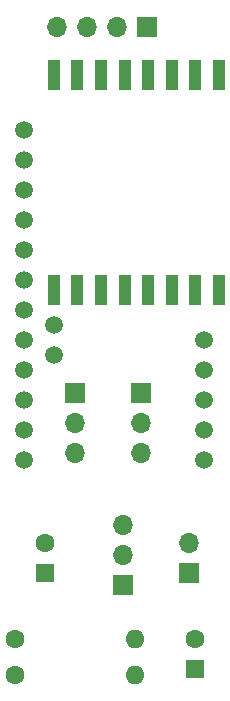
<source format=gbr>
%TF.GenerationSoftware,KiCad,Pcbnew,6.0.2+dfsg-1*%
%TF.CreationDate,2022-08-09T13:08:27+02:00*%
%TF.ProjectId,shield,73686965-6c64-42e6-9b69-6361645f7063,rev?*%
%TF.SameCoordinates,Original*%
%TF.FileFunction,Soldermask,Top*%
%TF.FilePolarity,Negative*%
%FSLAX46Y46*%
G04 Gerber Fmt 4.6, Leading zero omitted, Abs format (unit mm)*
G04 Created by KiCad (PCBNEW 6.0.2+dfsg-1) date 2022-08-09 13:08:27*
%MOMM*%
%LPD*%
G01*
G04 APERTURE LIST*
%ADD10R,1.000000X2.500000*%
%ADD11R,1.600000X1.600000*%
%ADD12C,1.600000*%
%ADD13R,1.700000X1.700000*%
%ADD14O,1.700000X1.700000*%
%ADD15O,1.600000X1.600000*%
%ADD16C,1.501140*%
G04 APERTURE END LIST*
D10*
%TO.C,RFM69HW1*%
X97775000Y-75140000D03*
X99775000Y-75140000D03*
X101775000Y-75140000D03*
X103775000Y-75140000D03*
X105775000Y-75140000D03*
X107775000Y-75140000D03*
X109775000Y-75140000D03*
X111775000Y-75140000D03*
X111775000Y-56940000D03*
X109775000Y-56940000D03*
X107775000Y-56940000D03*
X105775000Y-56940000D03*
X103775000Y-56940000D03*
X101775000Y-56940000D03*
X99775000Y-56940000D03*
X97775000Y-56940000D03*
%TD*%
D11*
%TO.C,C2*%
X97028000Y-99060000D03*
D12*
X97028000Y-96560000D03*
%TD*%
D13*
%TO.C,Booster1*%
X103632000Y-100061000D03*
D14*
X103632000Y-97521000D03*
X103632000Y-94981000D03*
%TD*%
D13*
%TO.C,J2*%
X109220000Y-99060000D03*
D14*
X109220000Y-96520000D03*
%TD*%
D12*
%TO.C,R1*%
X94488000Y-107696000D03*
D15*
X104648000Y-107696000D03*
%TD*%
D13*
%TO.C,Extra3v3*%
X105156000Y-83820000D03*
D14*
X105156000Y-86360000D03*
X105156000Y-88900000D03*
%TD*%
D13*
%TO.C,HDC1080*%
X105664000Y-52832000D03*
D14*
X103124000Y-52832000D03*
X100584000Y-52832000D03*
X98044000Y-52832000D03*
%TD*%
D12*
%TO.C,R2*%
X94488000Y-104648000D03*
D15*
X104648000Y-104648000D03*
%TD*%
D11*
%TO.C,C1*%
X109728000Y-107188000D03*
D12*
X109728000Y-104688000D03*
%TD*%
D16*
%TO.C,ProMini1*%
X110490000Y-89535000D03*
X110490000Y-86995000D03*
X110490000Y-84455000D03*
X95250000Y-74295000D03*
X95250000Y-76835000D03*
X95250000Y-79375000D03*
X95250000Y-84455000D03*
X110490000Y-79375000D03*
X110490000Y-81915000D03*
X95250000Y-86995000D03*
X95250000Y-66675000D03*
X95250000Y-64135000D03*
X95250000Y-61595000D03*
X95250000Y-89535000D03*
X95250000Y-69215000D03*
X97790000Y-80645000D03*
X97790000Y-78105000D03*
X95250000Y-81915000D03*
X95250000Y-71755000D03*
%TD*%
D13*
%TO.C,ExtraGND1*%
X99568000Y-83820000D03*
D14*
X99568000Y-86360000D03*
X99568000Y-88900000D03*
%TD*%
M02*

</source>
